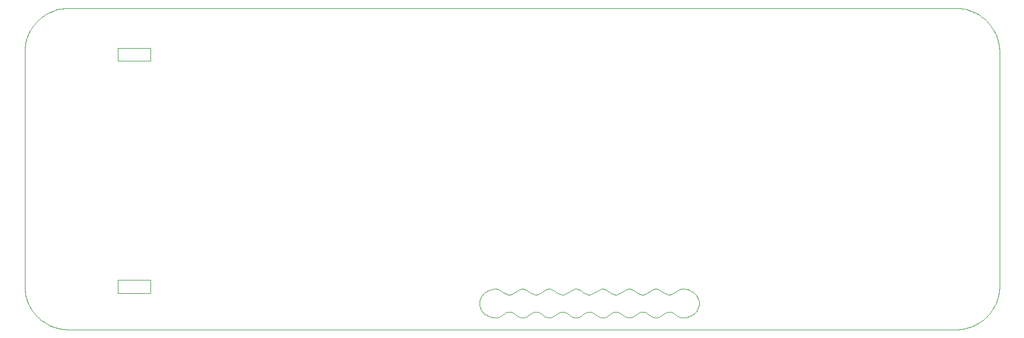
<source format=gbr>
%TF.GenerationSoftware,KiCad,Pcbnew,(6.0.1)*%
%TF.CreationDate,2022-03-22T00:20:04-03:00*%
%TF.ProjectId,POV_fna,504f565f-666e-4612-9e6b-696361645f70,rev?*%
%TF.SameCoordinates,Original*%
%TF.FileFunction,Profile,NP*%
%FSLAX46Y46*%
G04 Gerber Fmt 4.6, Leading zero omitted, Abs format (unit mm)*
G04 Created by KiCad (PCBNEW (6.0.1)) date 2022-03-22 00:20:04*
%MOMM*%
%LPD*%
G01*
G04 APERTURE LIST*
%TA.AperFunction,Profile*%
%ADD10C,0.100000*%
%TD*%
G04 APERTURE END LIST*
D10*
X174109109Y-116073623D02*
X174345795Y-116238692D01*
X156030167Y-112739196D02*
X156030167Y-112739196D01*
X174109734Y-112904113D02*
X173868928Y-113048263D01*
X152680100Y-115827788D02*
X152811944Y-115799193D01*
X181076836Y-112791503D02*
X180882157Y-112664870D01*
X79932860Y-72284296D02*
X80119428Y-72021937D01*
X148811547Y-115718673D02*
X148811547Y-115718673D01*
X152427354Y-113048553D02*
X152427354Y-113048553D01*
X161377519Y-113150252D02*
X161245416Y-113178847D01*
X178914544Y-116547896D02*
X178914544Y-116547896D01*
X160348100Y-116073623D02*
X160588784Y-115929610D01*
X158780236Y-112327682D02*
X158780236Y-112327682D01*
X162594827Y-116547896D02*
X162860185Y-116649718D01*
X181945557Y-114045394D02*
X181883256Y-113834579D01*
X227571734Y-73724860D02*
X227676940Y-74035786D01*
X148684846Y-115537353D02*
X148811547Y-115718673D01*
X157028115Y-113189056D02*
X156890878Y-113178954D01*
X85481761Y-118521750D02*
X85137405Y-118513042D01*
X169537270Y-115827788D02*
X169537270Y-115827788D01*
X227977788Y-76025705D02*
X227977788Y-111830000D01*
X156508828Y-115929610D02*
X156508828Y-115929610D01*
X81477982Y-70663383D02*
X81740341Y-70476815D01*
X227317908Y-73124558D02*
X227451916Y-73420977D01*
X222958414Y-118311075D02*
X222634663Y-118385797D01*
X170505532Y-116403884D02*
X170505532Y-116403884D01*
X167782449Y-116547896D02*
X168031617Y-116403884D01*
X157028748Y-115789092D02*
X157165604Y-115799193D01*
X156266740Y-112904403D02*
X156266740Y-112904403D01*
X176429833Y-112739120D02*
X176190560Y-112573928D01*
X162594827Y-116547896D02*
X162594827Y-116547896D01*
X181945557Y-114931945D02*
X181945557Y-114931945D01*
X153709405Y-116073623D02*
X153946107Y-116238692D01*
X159870835Y-112573989D02*
X159622186Y-112429839D01*
X164190034Y-112739165D02*
X163950761Y-112573974D01*
X158780236Y-116649718D02*
X158780236Y-116649718D01*
X175942307Y-116547896D02*
X175942307Y-116547896D01*
X158265710Y-116403884D02*
X158265710Y-116403884D01*
X169788987Y-113048278D02*
X169788987Y-113048278D01*
X155277261Y-116649718D02*
X155542619Y-116547896D01*
X167782052Y-112429809D02*
X167782052Y-112429809D01*
X85137403Y-69342678D02*
X85481759Y-69333971D01*
X173868417Y-115929610D02*
X174109109Y-116073623D01*
X149703217Y-116422911D02*
X149924371Y-116515517D01*
X227977788Y-111830000D02*
X227969080Y-112174356D01*
X177948350Y-115929610D02*
X177948350Y-115929610D01*
X181565148Y-115718474D02*
X181691850Y-115537017D01*
X155277146Y-112327789D02*
X155136308Y-112299194D01*
X175240937Y-112299117D02*
X175240937Y-112299117D01*
X172351189Y-116238692D02*
X172351189Y-116238692D01*
X153468720Y-115929610D02*
X153468720Y-115929610D01*
X154841264Y-112299194D02*
X154841264Y-112299194D01*
X162594941Y-112429610D02*
X162346040Y-112573760D01*
X180220246Y-116589324D02*
X180452576Y-116515319D01*
X154700295Y-112327697D02*
X154435067Y-112429641D01*
X83809390Y-118311076D02*
X83491841Y-118220902D01*
X160110108Y-112739181D02*
X160110108Y-112739181D01*
X175099976Y-116649718D02*
X175099976Y-116649718D01*
X176431130Y-116238692D02*
X176667832Y-116073623D01*
X166940102Y-112327651D02*
X166940102Y-112327651D01*
X165457452Y-113150237D02*
X165325349Y-113178832D01*
X175941911Y-112429778D02*
X175941911Y-112429778D01*
X163296182Y-112299163D02*
X163148660Y-112289062D01*
X78790017Y-111830008D02*
X78790017Y-111830008D01*
X160587235Y-113048522D02*
X160346680Y-112904388D01*
X158514878Y-116547896D02*
X158780236Y-116649718D01*
X148811547Y-115718673D02*
X148957139Y-115888030D01*
X157297585Y-113150268D02*
X157297585Y-113150268D01*
X227767114Y-113502371D02*
X227676940Y-113819920D01*
X170266496Y-112738921D02*
X170029794Y-112904128D01*
X157790002Y-112904174D02*
X157549188Y-113048324D01*
X181565148Y-113258987D02*
X181565148Y-113258987D01*
X227676940Y-113819920D02*
X227571734Y-114130846D01*
X174109109Y-116073623D02*
X174109109Y-116073623D01*
X181076836Y-112791503D02*
X181076836Y-112791503D01*
X168506547Y-112904342D02*
X168269975Y-112739150D01*
X176191468Y-116403884D02*
X176191468Y-116403884D01*
X154186158Y-112573791D02*
X153946763Y-112738998D01*
X151951493Y-116238692D02*
X152188195Y-116073623D01*
X79196070Y-114130853D02*
X79090864Y-113819927D01*
X150399056Y-116643721D02*
X150399056Y-116643721D01*
X227943239Y-112514192D02*
X227900684Y-112849087D01*
X224755954Y-117552962D02*
X224475724Y-117714091D01*
X162106637Y-112738952D02*
X162106637Y-112738952D01*
X177697129Y-115827788D02*
X177697129Y-115827788D01*
X154700295Y-112327697D02*
X154700295Y-112327697D01*
X157790002Y-112904174D02*
X157790002Y-112904174D01*
X161108697Y-115789092D02*
X161245560Y-115799193D01*
X165949868Y-112904143D02*
X165949868Y-112904143D01*
X162106637Y-112738952D02*
X161869935Y-112904159D01*
X227571734Y-114130846D02*
X227451916Y-114434729D01*
X163950761Y-112573974D02*
X163702111Y-112429824D01*
X179179894Y-112327605D02*
X179179894Y-112327605D01*
X226239392Y-71526329D02*
X226449717Y-71769136D01*
X150399056Y-116643721D02*
X150650277Y-116677123D01*
X78867121Y-112849094D02*
X78824566Y-112514199D01*
X166940118Y-116649718D02*
X166940118Y-116649718D01*
X181691850Y-113440307D02*
X181691850Y-113440307D01*
X152678834Y-113150375D02*
X152427354Y-113048553D01*
X179978028Y-116643523D02*
X179978028Y-116643523D01*
X148490685Y-113841582D02*
X148429643Y-114050368D01*
X152680100Y-115827788D02*
X152680100Y-115827788D01*
X176191468Y-116403884D02*
X176431130Y-116238692D01*
X169131585Y-115799193D02*
X169131585Y-115799193D01*
X177948853Y-113048247D02*
X177948853Y-113048247D01*
X170029168Y-116073623D02*
X170265870Y-116238692D01*
X151056367Y-112299194D02*
X150887582Y-112289199D01*
X227317908Y-114731148D02*
X227170129Y-115019683D01*
X157165482Y-113178863D02*
X157028115Y-113189056D01*
X163296182Y-112299163D02*
X163296182Y-112299163D01*
X175099976Y-116649718D02*
X175240945Y-116678221D01*
X166425973Y-112573745D02*
X166186570Y-112738937D01*
X180452576Y-112462005D02*
X180452576Y-112462005D01*
X160588784Y-115929610D02*
X160840005Y-115827788D01*
X174834740Y-112429565D02*
X174585839Y-112573714D01*
X82580611Y-69993849D02*
X82877030Y-69859841D01*
X168998574Y-113150314D02*
X168747094Y-113048492D01*
X151711839Y-116403884D02*
X151711839Y-116403884D01*
X152948174Y-113189071D02*
X152948174Y-113189071D01*
X177697244Y-113150191D02*
X177697244Y-113150191D01*
X153709405Y-116073623D02*
X153709405Y-116073623D01*
X167376115Y-112299148D02*
X167228593Y-112289046D01*
X154186158Y-112573791D02*
X154186158Y-112573791D01*
X167081071Y-112299148D02*
X166940102Y-112327651D01*
X166186570Y-112738937D02*
X166186570Y-112738937D01*
X178665765Y-112573699D02*
X178426362Y-112738891D01*
X165050752Y-113178924D02*
X165050752Y-113178924D01*
X154185761Y-116403884D02*
X154185761Y-116403884D01*
X225289819Y-117192335D02*
X225027459Y-117378903D01*
X160971848Y-115799193D02*
X160971848Y-115799193D01*
X171456040Y-112299133D02*
X171456040Y-112299133D01*
X159068726Y-116688323D02*
X159216248Y-116678221D01*
X157548669Y-115929610D02*
X157789353Y-116073623D01*
X173078507Y-113150298D02*
X172827035Y-113048476D01*
X166185952Y-116238692D02*
X166425599Y-116403884D01*
X84797567Y-69368520D02*
X85137403Y-69342678D01*
X159068726Y-116688323D02*
X159068726Y-116688323D01*
X152810937Y-113178970D02*
X152678834Y-113150375D01*
X173348489Y-115789092D02*
X173485352Y-115799193D01*
X157165604Y-115799193D02*
X157165604Y-115799193D01*
X222305130Y-118444645D02*
X221970236Y-118487201D01*
X180220246Y-116589324D02*
X180220246Y-116589324D01*
X167782052Y-112429809D02*
X167516953Y-112327743D01*
X173617196Y-115827788D02*
X173868417Y-115929610D01*
X180452576Y-112462005D02*
X180220376Y-112388000D01*
X165187989Y-113189025D02*
X165050752Y-113178924D01*
X168998574Y-113150314D02*
X168998574Y-113150314D01*
X226017819Y-116561780D02*
X225785419Y-116783353D01*
X180452576Y-116515319D02*
X180673600Y-116422713D01*
X148430924Y-114932143D02*
X148430924Y-114932143D01*
X158026704Y-112738982D02*
X157790002Y-112904174D01*
X80749984Y-116561784D02*
X80528411Y-116329384D01*
X83491841Y-118220902D02*
X83180915Y-118115696D01*
X227943239Y-75341513D02*
X227969080Y-75681349D01*
X222958414Y-69544637D02*
X223275962Y-69634811D01*
X227451916Y-114434729D02*
X227317908Y-114731148D01*
X227900684Y-75006619D02*
X227943239Y-75341513D01*
X156891892Y-115799193D02*
X156891892Y-115799193D01*
X163001138Y-112299163D02*
X163001138Y-112299163D01*
X154988770Y-116688323D02*
X155136292Y-116678221D01*
X162346040Y-112573760D02*
X162106637Y-112738952D01*
X160110108Y-112739181D02*
X159870835Y-112573989D01*
X181256356Y-116043944D02*
X181256356Y-116043944D01*
X227977788Y-111830000D02*
X227977788Y-111830000D01*
X83809388Y-69544645D02*
X84133139Y-69469923D01*
X160587235Y-113048522D02*
X160587235Y-113048522D01*
X148392251Y-114266463D02*
X148392251Y-114266463D01*
X168747094Y-113048492D02*
X168506547Y-112904342D01*
X149677903Y-112566421D02*
X149472939Y-112677306D01*
X170265870Y-116238692D02*
X170505532Y-116403884D01*
X173485352Y-115799193D02*
X173485352Y-115799193D01*
X154841248Y-116678221D02*
X154988770Y-116688323D01*
X157297448Y-115827788D02*
X157297448Y-115827788D01*
X176908509Y-115929610D02*
X177159730Y-115827788D01*
X173617318Y-113150207D02*
X173485215Y-113178802D01*
X153946107Y-116238692D02*
X153946107Y-116238692D01*
X154435067Y-112429641D02*
X154435067Y-112429641D01*
X157297585Y-113150268D02*
X157165482Y-113178863D01*
X167516953Y-112327743D02*
X167516953Y-112327743D01*
X163001138Y-112299163D02*
X162860169Y-112327666D01*
X174834626Y-116547896D02*
X175099976Y-116649718D01*
X150908822Y-116688323D02*
X151056344Y-116678221D01*
X177697244Y-113150191D02*
X177565156Y-113178786D01*
X173079804Y-115827788D02*
X173211511Y-115799193D01*
X181945557Y-114931945D02*
X181983956Y-114713592D01*
X154434922Y-116547896D02*
X154700280Y-116649718D01*
X161869302Y-116073623D02*
X161869302Y-116073623D01*
X175240937Y-112299117D02*
X175099969Y-112327621D01*
X167517098Y-116649718D02*
X167517098Y-116649718D01*
X150124314Y-112396728D02*
X149895455Y-112472427D01*
X81225191Y-116993681D02*
X80982384Y-116783356D01*
X175676949Y-116649718D02*
X175676949Y-116649718D01*
X151951493Y-116238692D02*
X151951493Y-116238692D01*
X163148660Y-112289062D02*
X163001138Y-112299163D01*
X149105294Y-112946197D02*
X148945184Y-113101943D01*
X84462672Y-69411075D02*
X84797567Y-69368520D01*
X149105294Y-112946197D02*
X149105294Y-112946197D01*
X78867119Y-75006626D02*
X78925967Y-74677093D01*
X225289819Y-70663375D02*
X225542612Y-70862032D01*
X177565156Y-113178786D02*
X177565156Y-113178786D01*
X155136308Y-112299194D02*
X155136308Y-112299194D01*
X159216248Y-116678221D02*
X159357217Y-116649718D01*
X153217645Y-113150283D02*
X153217645Y-113150283D01*
X152427354Y-113048553D02*
X152186799Y-112904403D01*
X148493256Y-115142959D02*
X148578324Y-115345061D01*
X155136292Y-116678221D02*
X155136292Y-116678221D01*
X155277261Y-116649718D02*
X155277261Y-116649718D01*
X168748643Y-115929610D02*
X168748643Y-115929610D01*
X179978028Y-112333801D02*
X179726937Y-112300399D01*
X168030701Y-112573959D02*
X167782052Y-112429809D01*
X171020051Y-116649718D02*
X171161012Y-116678221D01*
X158921204Y-112299178D02*
X158921204Y-112299178D01*
X161245560Y-115799193D02*
X161245560Y-115799193D01*
X165457337Y-115827788D02*
X165457337Y-115827788D01*
X152428880Y-115929610D02*
X152428880Y-115929610D01*
X158514878Y-116547896D02*
X158514878Y-116547896D01*
X161377404Y-115827788D02*
X161628625Y-115929610D01*
X171308518Y-112289031D02*
X171308518Y-112289031D01*
X221286046Y-118521750D02*
X221286046Y-118521750D01*
X167376130Y-116678221D02*
X167376130Y-116678221D01*
X227969080Y-75681349D02*
X227977788Y-76025705D01*
X163951676Y-116403884D02*
X163951676Y-116403884D01*
X172110627Y-112573943D02*
X171861977Y-112429794D01*
X181983956Y-114713592D02*
X181996957Y-114488677D01*
X160111398Y-116238692D02*
X160111398Y-116238692D01*
X156507295Y-113048553D02*
X156266740Y-112904403D01*
X175535989Y-116678221D02*
X175676949Y-116649718D01*
X223586888Y-69740016D02*
X223890771Y-69859834D01*
X176429833Y-112739120D02*
X176429833Y-112739120D01*
X179320863Y-112299102D02*
X179320863Y-112299102D01*
X163148675Y-116688323D02*
X163296197Y-116678221D01*
X149299981Y-116186156D02*
X149494790Y-116312789D01*
X174346436Y-112738906D02*
X174109734Y-112904113D01*
X164191338Y-116238692D02*
X164428040Y-116073623D01*
X80749982Y-71293937D02*
X80982382Y-71072364D01*
X149281602Y-112804320D02*
X149105294Y-112946197D01*
X163437157Y-116649718D02*
X163437157Y-116649718D01*
X169130677Y-113178908D02*
X168998574Y-113150314D01*
X177565278Y-115799193D02*
X177565278Y-115799193D01*
X177565156Y-113178786D02*
X177427789Y-113188979D01*
X181565148Y-115718474D02*
X181565148Y-115718474D01*
X170754807Y-112429580D02*
X170754807Y-112429580D01*
X177948350Y-115929610D02*
X178189027Y-116073623D01*
X153085542Y-113178878D02*
X153085542Y-113178878D01*
X163296197Y-116678221D02*
X163296197Y-116678221D01*
X157297448Y-115827788D02*
X157548669Y-115929610D01*
X157165482Y-113178863D02*
X157165482Y-113178863D01*
X223890771Y-69859834D02*
X224187189Y-69993842D01*
X163148675Y-116688323D02*
X163148675Y-116688323D01*
X162106004Y-116238692D02*
X162106004Y-116238692D01*
X149299981Y-116186156D02*
X149299981Y-116186156D01*
X149924371Y-116515517D02*
X150156701Y-116589522D01*
X153217500Y-115827788D02*
X153217500Y-115827788D01*
X160346680Y-112904388D02*
X160110108Y-112739181D01*
X176190560Y-112573928D02*
X176190560Y-112573928D01*
X179726937Y-112300399D02*
X179468385Y-112289001D01*
X179320863Y-116678221D02*
X179320863Y-116678221D01*
X154434922Y-116547896D02*
X154434922Y-116547896D01*
X177291451Y-115799193D02*
X177428429Y-115789092D01*
X170029794Y-112904128D02*
X170029794Y-112904128D01*
X180673600Y-112554610D02*
X180673600Y-112554610D01*
X170754693Y-116547896D02*
X171020051Y-116649718D01*
X151197205Y-112327789D02*
X151197205Y-112327789D01*
X165709061Y-113048293D02*
X165457452Y-113150237D01*
X171862374Y-116547896D02*
X171862374Y-116547896D01*
X221630401Y-118513042D02*
X221286046Y-118521750D01*
X159622186Y-112429839D02*
X159357087Y-112327773D01*
X163437013Y-112327758D02*
X163437013Y-112327758D01*
X159216248Y-116678221D02*
X159216248Y-116678221D01*
X153469247Y-113048339D02*
X153217645Y-113150283D01*
X170754693Y-116547896D02*
X170754693Y-116547896D01*
X155277146Y-112327789D02*
X155277146Y-112327789D01*
X150887582Y-112289199D02*
X150610947Y-112304031D01*
X177565278Y-115799193D02*
X177697129Y-115827788D01*
X181419549Y-115887710D02*
X181565148Y-115718474D01*
X181691850Y-115537017D02*
X181798257Y-115344863D01*
X82011847Y-70302757D02*
X82292077Y-70141628D01*
X169267915Y-113189010D02*
X169267915Y-113189010D01*
X150124314Y-112396728D02*
X150124314Y-112396728D01*
X169267915Y-113189010D02*
X169130677Y-113178908D01*
X80318086Y-116086577D02*
X80119430Y-115833784D01*
X167782449Y-116547896D02*
X167782449Y-116547896D01*
X79090864Y-113819927D02*
X79000691Y-113502378D01*
X221970236Y-69368512D02*
X222305130Y-69411067D01*
X179726937Y-112300399D02*
X179726937Y-112300399D01*
X159357087Y-112327773D02*
X159216248Y-112299178D01*
X80528411Y-116329384D02*
X80318086Y-116086577D01*
X180673600Y-116422713D02*
X180673600Y-116422713D01*
X161629128Y-113048309D02*
X161377519Y-113150252D01*
X168031617Y-116403884D02*
X168271264Y-116238692D01*
X178914674Y-112429549D02*
X178665765Y-112573699D01*
X181419549Y-115887710D02*
X181419549Y-115887710D01*
X159871743Y-116403884D02*
X160111398Y-116238692D01*
X167516953Y-112327743D02*
X167376115Y-112299148D01*
X164426606Y-112904357D02*
X164426606Y-112904357D01*
X227900684Y-112849087D02*
X227841835Y-113178620D01*
X168031617Y-116403884D02*
X168031617Y-116403884D01*
X158515008Y-112429626D02*
X158266099Y-112573775D01*
X172828584Y-115929610D02*
X173079804Y-115827788D01*
X223275962Y-69634811D02*
X223586888Y-69740016D01*
X166186570Y-112738937D02*
X165949868Y-112904143D01*
X223586888Y-118115696D02*
X223275962Y-118220901D01*
X167081086Y-116678221D02*
X167228608Y-116688323D01*
X149895455Y-112472427D02*
X149895455Y-112472427D01*
X148802422Y-113270415D02*
X148802422Y-113270415D01*
X148802422Y-113270415D02*
X148678292Y-113450591D01*
X160838715Y-113150344D02*
X160838715Y-113150344D01*
X166940102Y-112327651D02*
X166674882Y-112429595D01*
X81740341Y-70476815D02*
X82011847Y-70302757D01*
X171308534Y-116688323D02*
X171308534Y-116688323D01*
X160970811Y-113178939D02*
X160970811Y-113178939D01*
X178914674Y-112429549D02*
X178914674Y-112429549D01*
X159068726Y-112289077D02*
X158921204Y-112299178D01*
X221286046Y-69333963D02*
X221630401Y-69342671D01*
X156030167Y-112739196D02*
X155790894Y-112574004D01*
X177158448Y-113150283D02*
X176906968Y-113048461D01*
X162860185Y-116649718D02*
X163001153Y-116678221D01*
X226648373Y-72021929D02*
X226834941Y-72284288D01*
X162346040Y-112573760D02*
X162346040Y-112573760D01*
X158026055Y-116238692D02*
X158026055Y-116238692D01*
X221286046Y-118521750D02*
X85481761Y-118521750D01*
X151711839Y-116403884D02*
X151951493Y-116238692D01*
X159871743Y-116403884D02*
X159871743Y-116403884D01*
X226834941Y-72284288D02*
X227009000Y-72555793D01*
X150650277Y-116677123D02*
X150650277Y-116677123D01*
X221970236Y-118487201D02*
X221630401Y-118513042D01*
X159357217Y-116649718D02*
X159357217Y-116649718D01*
X79196068Y-73724867D02*
X79315885Y-73420985D01*
X179179894Y-116649718D02*
X179179894Y-116649718D01*
X227841835Y-74677085D02*
X227900684Y-75006619D01*
X158921204Y-116678221D02*
X158921204Y-116678221D01*
X227767114Y-74353334D02*
X227841835Y-74677085D01*
X173347848Y-113188995D02*
X173347848Y-113188995D01*
X149703217Y-116422911D02*
X149703217Y-116422911D01*
X177948853Y-113048247D02*
X177697244Y-113150191D01*
X177427789Y-113188979D02*
X177290421Y-113178878D01*
X178665376Y-116403884D02*
X178665376Y-116403884D01*
X161377404Y-115827788D02*
X161377404Y-115827788D01*
X148573953Y-113641357D02*
X148573953Y-113641357D01*
X166674882Y-112429595D02*
X166674882Y-112429595D01*
X80119430Y-115833784D02*
X79932862Y-115571424D01*
X174585839Y-112573714D02*
X174585839Y-112573714D01*
X80982384Y-116783356D02*
X80749984Y-116561784D01*
X157789353Y-116073623D02*
X157789353Y-116073623D01*
X166940118Y-116649718D02*
X167081086Y-116678221D01*
X163951676Y-116403884D02*
X164191338Y-116238692D01*
X181945557Y-114045394D02*
X181945557Y-114045394D01*
X153946763Y-112738998D02*
X153710061Y-112904189D01*
X156507295Y-113048553D02*
X156507295Y-113048553D01*
X156760049Y-115827788D02*
X156760049Y-115827788D01*
X148392251Y-114266463D02*
X148379403Y-114488738D01*
X85481761Y-118521750D02*
X85481761Y-118521750D01*
X176431130Y-116238692D02*
X176431130Y-116238692D01*
X153468720Y-115929610D02*
X153709405Y-116073623D01*
X164426606Y-112904357D02*
X164190034Y-112739165D01*
X151710954Y-112574004D02*
X151462304Y-112429855D01*
X160346680Y-112904388D02*
X160346680Y-112904388D01*
X173485215Y-113178802D02*
X173347848Y-113188995D01*
X172587891Y-116073623D02*
X172587891Y-116073623D01*
X154988786Y-112289092D02*
X154988786Y-112289092D01*
X174585839Y-112573714D02*
X174346436Y-112738906D01*
X162594941Y-112429610D02*
X162594941Y-112429610D01*
X148429643Y-114050368D02*
X148392251Y-114266463D01*
X151950227Y-112739211D02*
X151710954Y-112574004D01*
X148430924Y-114932143D02*
X148493256Y-115142959D01*
X148392503Y-114713653D02*
X148392503Y-114713653D01*
X158921204Y-116678221D02*
X159068726Y-116688323D01*
X152428880Y-115929610D02*
X152680100Y-115827788D01*
X167228608Y-116688323D02*
X167376130Y-116678221D01*
X175388459Y-112289016D02*
X175240937Y-112299117D01*
X178189027Y-116073623D02*
X178189027Y-116073623D01*
X158026055Y-116238692D02*
X158265710Y-116403884D01*
X150887582Y-112289199D02*
X150887582Y-112289199D01*
X151462304Y-112429855D02*
X151462304Y-112429855D01*
X162345666Y-116403884D02*
X162594827Y-116547896D01*
X179468385Y-116688323D02*
X179468385Y-116688323D01*
X163296197Y-116678221D02*
X163437157Y-116649718D01*
X173868417Y-115929610D02*
X173868417Y-115929610D01*
X167081071Y-112299148D02*
X167081071Y-112299148D01*
X166185952Y-116238692D02*
X166185952Y-116238692D01*
X165051782Y-115799193D02*
X165051782Y-115799193D01*
X170505898Y-112573730D02*
X170505898Y-112573730D01*
X159622186Y-112429839D02*
X159622186Y-112429839D01*
X149120332Y-116044280D02*
X149299981Y-116186156D01*
X148573953Y-113641357D02*
X148490685Y-113841582D01*
X167376130Y-116678221D02*
X167517098Y-116649718D01*
X78790017Y-111830008D02*
X78790017Y-111830008D01*
X152186799Y-112904403D02*
X151950227Y-112739211D01*
X153946763Y-112738998D02*
X153946763Y-112738998D01*
X175535989Y-116678221D02*
X175535989Y-116678221D01*
X221630401Y-69342671D02*
X221970236Y-69368512D01*
X173347848Y-113188995D02*
X173210481Y-113178893D01*
X83180913Y-69740024D02*
X83491839Y-69634818D01*
X158265710Y-116403884D02*
X158514878Y-116547896D01*
X170754807Y-112429580D02*
X170505898Y-112573730D01*
X150156701Y-116589522D02*
X150399056Y-116643721D01*
X161629128Y-113048309D02*
X161629128Y-113048309D01*
X152188195Y-116073623D02*
X152188195Y-116073623D01*
X170029794Y-112904128D02*
X169788987Y-113048278D01*
X93000000Y-75420000D02*
X98000000Y-75420000D01*
X98000000Y-75420000D02*
X98000000Y-77420000D01*
X98000000Y-77420000D02*
X93000000Y-77420000D01*
X93000000Y-77420000D02*
X93000000Y-75420000D01*
X173348489Y-115789092D02*
X173348489Y-115789092D01*
X162860185Y-116649718D02*
X162860185Y-116649718D01*
X169131585Y-115799193D02*
X169268563Y-115789092D01*
X165708558Y-115929610D02*
X165949250Y-116073623D01*
X157549188Y-113048324D02*
X157549188Y-113048324D01*
X149924371Y-116515517D02*
X149924371Y-116515517D01*
X165325494Y-115799193D02*
X165457337Y-115827788D01*
X181076836Y-116185958D02*
X181076836Y-116185958D01*
X148957139Y-115888030D02*
X149120332Y-116044280D01*
X159216248Y-112299178D02*
X159216248Y-112299178D01*
X155791787Y-116403884D02*
X155791787Y-116403884D01*
X172349900Y-112739135D02*
X172110627Y-112573943D01*
X79449896Y-114731155D02*
X79315887Y-114434736D01*
X79597674Y-115019689D02*
X79449896Y-114731155D01*
X163702111Y-112429824D02*
X163437013Y-112327758D01*
X227170129Y-72836023D02*
X227317908Y-73124558D01*
X171020036Y-112327636D02*
X170754807Y-112429580D01*
X84462674Y-118444646D02*
X84133141Y-118385797D01*
X159357087Y-112327773D02*
X159357087Y-112327773D01*
X181883256Y-115142760D02*
X181945557Y-114931945D01*
X168507966Y-116073623D02*
X168507966Y-116073623D01*
X154700280Y-116649718D02*
X154700280Y-116649718D01*
X169537385Y-113150222D02*
X169405282Y-113178817D01*
X161377519Y-113150252D02*
X161377519Y-113150252D01*
X161869302Y-116073623D02*
X162106004Y-116238692D01*
X173079804Y-115827788D02*
X173079804Y-115827788D01*
X165949250Y-116073623D02*
X165949250Y-116073623D01*
X157789353Y-116073623D02*
X158026055Y-116238692D01*
X180882157Y-116312468D02*
X180882157Y-116312468D01*
X181798257Y-115344863D02*
X181798257Y-115344863D01*
X149472939Y-112677306D02*
X149281602Y-112804320D01*
X175240945Y-116678221D02*
X175240945Y-116678221D01*
X178426362Y-112738891D02*
X178426362Y-112738891D01*
X81225189Y-70862039D02*
X81477982Y-70663383D01*
X161245560Y-115799193D02*
X161377404Y-115827788D01*
X150908822Y-116688323D02*
X150908822Y-116688323D01*
X159622575Y-116547896D02*
X159871743Y-116403884D01*
X177697129Y-115827788D02*
X177948350Y-115929610D01*
X175941911Y-112429778D02*
X175676812Y-112327712D01*
X151056367Y-112299194D02*
X151056367Y-112299194D01*
X152186799Y-112904403D02*
X152186799Y-112904403D01*
X82580613Y-117861871D02*
X82292079Y-117714092D01*
X225785419Y-116783353D02*
X225542612Y-116993678D01*
X163702515Y-116547896D02*
X163702515Y-116547896D01*
X153085542Y-113178878D02*
X152948174Y-113189071D01*
X158515008Y-112429626D02*
X158515008Y-112429626D01*
X156268144Y-116073623D02*
X156508828Y-115929610D01*
X161108048Y-113189040D02*
X160970811Y-113178939D01*
X153710061Y-112904189D02*
X153710061Y-112904189D01*
X180220376Y-112388000D02*
X180220376Y-112388000D01*
X181691850Y-113440307D02*
X181565148Y-113258987D01*
X149494790Y-116312789D02*
X149703217Y-116422911D01*
X178425729Y-116238692D02*
X178665376Y-116403884D01*
X154841264Y-112299194D02*
X154700295Y-112327697D01*
X155136292Y-116678221D02*
X155277261Y-116649718D01*
X152948800Y-115789092D02*
X153085656Y-115799193D01*
X169788491Y-115929610D02*
X170029168Y-116073623D01*
X174834740Y-112429565D02*
X174834740Y-112429565D01*
X181076836Y-116185958D02*
X181256356Y-116043944D01*
X169788491Y-115929610D02*
X169788491Y-115929610D01*
X156758775Y-113150359D02*
X156507295Y-113048553D01*
X171160996Y-112299133D02*
X171160996Y-112299133D01*
X171020051Y-116649718D02*
X171020051Y-116649718D01*
X172828584Y-115929610D02*
X172828584Y-115929610D01*
X148684846Y-115537353D02*
X148684846Y-115537353D01*
X181256356Y-112933379D02*
X181256356Y-112933379D01*
X164428040Y-116073623D02*
X164668717Y-115929610D01*
X181883256Y-113834579D02*
X181883256Y-113834579D01*
X151462670Y-116547896D02*
X151711839Y-116403884D01*
X166674882Y-112429595D02*
X166425973Y-112573745D01*
X173868928Y-113048263D02*
X173617318Y-113150207D01*
X80982382Y-71072364D02*
X81225189Y-70862039D01*
X162106004Y-116238692D02*
X162345666Y-116403884D01*
X80318084Y-71769143D02*
X80528409Y-71526337D01*
X156760049Y-115827788D02*
X156891892Y-115799193D01*
X167228608Y-116688323D02*
X167228608Y-116688323D01*
X171596879Y-112327728D02*
X171596879Y-112327728D01*
X160111398Y-116238692D02*
X160348100Y-116073623D01*
X159622575Y-116547896D02*
X159622575Y-116547896D01*
X222634663Y-118385797D02*
X222305130Y-118444645D01*
X227009000Y-72555793D02*
X227170129Y-72836023D01*
X176906968Y-113048461D02*
X176666406Y-112904311D01*
X221286046Y-69333963D02*
X221286046Y-69333963D01*
X163437013Y-112327758D02*
X163296182Y-112299163D01*
X172587891Y-116073623D02*
X172828584Y-115929610D01*
X168748643Y-115929610D02*
X168999863Y-115827788D01*
X156268144Y-116073623D02*
X156268144Y-116073623D01*
X175535981Y-112299117D02*
X175535981Y-112299117D01*
X176906968Y-113048461D02*
X176906968Y-113048461D01*
X148945184Y-113101943D02*
X148945184Y-113101943D01*
X79449894Y-73124566D02*
X79597672Y-72836031D01*
X180673600Y-112554610D02*
X180452576Y-112462005D01*
X154435067Y-112429641D02*
X154186158Y-112573791D01*
X159357217Y-116649718D02*
X159622575Y-116547896D01*
X165457337Y-115827788D02*
X165708558Y-115929610D01*
X173210481Y-113178893D02*
X173210481Y-113178893D01*
X178189660Y-112904082D02*
X178189660Y-112904082D01*
X155542245Y-112429855D02*
X155542245Y-112429855D01*
X176667832Y-116073623D02*
X176667832Y-116073623D01*
X158921204Y-112299178D02*
X158780236Y-112327682D01*
X151950227Y-112739211D02*
X151950227Y-112739211D01*
X78798724Y-112174364D02*
X78790017Y-111830008D01*
X172111543Y-116403884D02*
X172351189Y-116238692D01*
X177428429Y-115789092D02*
X177428429Y-115789092D01*
X175676812Y-112327712D02*
X175676812Y-112327712D01*
X149895455Y-112472427D02*
X149677903Y-112566421D01*
X164667168Y-113048507D02*
X164667168Y-113048507D01*
X177290421Y-113178878D02*
X177158448Y-113150283D01*
X159068726Y-112289077D02*
X159068726Y-112289077D01*
X181983956Y-114713592D02*
X181983956Y-114713592D01*
X180673600Y-116422713D02*
X180882157Y-116312468D01*
X158026704Y-112738982D02*
X158026704Y-112738982D01*
X164428040Y-116073623D02*
X164428040Y-116073623D01*
X164190034Y-112739165D02*
X164190034Y-112739165D01*
X171020036Y-112327636D02*
X171020036Y-112327636D01*
X176666406Y-112904311D02*
X176429833Y-112739120D01*
X179726937Y-116676924D02*
X179978028Y-116643523D01*
X151056344Y-116678221D02*
X151197312Y-116649718D01*
X161628625Y-115929610D02*
X161869302Y-116073623D01*
X174346436Y-112738906D02*
X174346436Y-112738906D01*
X168506547Y-112904342D02*
X168506547Y-112904342D01*
X158266099Y-112573775D02*
X158266099Y-112573775D01*
X177291451Y-115799193D02*
X177291451Y-115799193D01*
X171861977Y-112429794D02*
X171861977Y-112429794D01*
X171456055Y-116678221D02*
X171597024Y-116649718D01*
X180882157Y-112664870D02*
X180673600Y-112554610D01*
X179320863Y-112299102D02*
X179179894Y-112327605D01*
X152811944Y-115799193D02*
X152948800Y-115789092D01*
X168030701Y-112573959D02*
X168030701Y-112573959D01*
X174345795Y-116238692D02*
X174585458Y-116403884D01*
X85481759Y-69333971D02*
X221286046Y-69333963D01*
X165457452Y-113150237D02*
X165457452Y-113150237D01*
X168999863Y-115827788D02*
X168999863Y-115827788D01*
X169268563Y-115789092D02*
X169405427Y-115799193D01*
X163702515Y-116547896D02*
X163951676Y-116403884D01*
X178425729Y-116238692D02*
X178425729Y-116238692D01*
X181996957Y-114488677D02*
X181983956Y-114263762D01*
X226449717Y-116086572D02*
X226239392Y-116329380D01*
X174109734Y-112904113D02*
X174109734Y-112904113D01*
X163950761Y-112573974D02*
X163950761Y-112573974D01*
X163148660Y-112289062D02*
X163148660Y-112289062D01*
X171456055Y-116678221D02*
X171456055Y-116678221D01*
X84133139Y-69469923D02*
X84462672Y-69411075D01*
X151197312Y-116649718D02*
X151197312Y-116649718D01*
X181798257Y-113632598D02*
X181798257Y-113632598D01*
X168999863Y-115827788D02*
X169131585Y-115799193D01*
X148578324Y-115345061D02*
X148684846Y-115537353D01*
X169405282Y-113178817D02*
X169267915Y-113189010D01*
X226239392Y-116329380D02*
X226017819Y-116561780D01*
X225542612Y-116993678D02*
X225289819Y-117192335D01*
X225027459Y-70476808D02*
X225289819Y-70663375D01*
X169130677Y-113178908D02*
X169130677Y-113178908D01*
X226449717Y-71769136D02*
X226648373Y-72021929D01*
X154700280Y-116649718D02*
X154841248Y-116678221D01*
X82877030Y-69859841D02*
X83180913Y-69740024D01*
X165709061Y-113048293D02*
X165709061Y-113048293D01*
X161108048Y-113189040D02*
X161108048Y-113189040D01*
X171308518Y-112289031D02*
X171160996Y-112299133D01*
X164919938Y-115827788D02*
X164919938Y-115827788D01*
X159216248Y-112299178D02*
X159068726Y-112289077D01*
X172827035Y-113048476D02*
X172827035Y-113048476D01*
X177428429Y-115789092D02*
X177565278Y-115799193D01*
X181798257Y-115344863D02*
X181883256Y-115142760D01*
X175535981Y-112299117D02*
X175388459Y-112289016D01*
X222305130Y-69411067D02*
X222634663Y-69469916D01*
X176908509Y-115929610D02*
X176908509Y-115929610D01*
X155790894Y-112574004D02*
X155790894Y-112574004D01*
X148678292Y-113450591D02*
X148678292Y-113450591D01*
X225027459Y-117378903D02*
X224755954Y-117552962D01*
X173617318Y-113150207D02*
X173617318Y-113150207D01*
X177427789Y-113188979D02*
X177427789Y-113188979D01*
X152948174Y-113189071D02*
X152810937Y-113178970D01*
X150363198Y-112340331D02*
X150363198Y-112340331D01*
X160840005Y-115827788D02*
X160840005Y-115827788D01*
X148429643Y-114050368D02*
X148429643Y-114050368D01*
X148945184Y-113101943D02*
X148802422Y-113270415D01*
X178665765Y-112573699D02*
X178665765Y-112573699D01*
X165188645Y-115789092D02*
X165188645Y-115789092D01*
X178914544Y-116547896D02*
X179179894Y-116649718D01*
X154841248Y-116678221D02*
X154841248Y-116678221D01*
X165708558Y-115929610D02*
X165708558Y-115929610D01*
X173211511Y-115799193D02*
X173211511Y-115799193D01*
X160588784Y-115929610D02*
X160588784Y-115929610D01*
X80119428Y-72021937D02*
X80318084Y-71769143D01*
X158780236Y-112327682D02*
X158515008Y-112429626D01*
X82292077Y-70141628D02*
X82580611Y-69993849D01*
X181419549Y-113089629D02*
X181256356Y-112933379D01*
X166674767Y-116547896D02*
X166940118Y-116649718D01*
X157028748Y-115789092D02*
X157028748Y-115789092D01*
X173485352Y-115799193D02*
X173617196Y-115827788D01*
X165949250Y-116073623D02*
X166185952Y-116238692D01*
X227969080Y-112174356D02*
X227943239Y-112514192D01*
X156031442Y-116238692D02*
X156031442Y-116238692D01*
X154988786Y-112289092D02*
X154841264Y-112299194D01*
X161245416Y-113178847D02*
X161108048Y-113189040D01*
X160838715Y-113150344D02*
X160587235Y-113048522D01*
X181983956Y-114263762D02*
X181945557Y-114045394D01*
X177159730Y-115827788D02*
X177291451Y-115799193D01*
X181419549Y-113089629D02*
X181419549Y-113089629D01*
X173078507Y-113150298D02*
X173078507Y-113150298D01*
X178189027Y-116073623D02*
X178425729Y-116238692D01*
X166674767Y-116547896D02*
X166674767Y-116547896D01*
X178665376Y-116403884D02*
X178914544Y-116547896D01*
X150363198Y-112340331D02*
X150124314Y-112396728D01*
X176666406Y-112904311D02*
X176666406Y-112904311D01*
X155790894Y-112574004D02*
X155542245Y-112429855D01*
X168269975Y-112739150D02*
X168030701Y-112573959D01*
X165050752Y-113178924D02*
X164918649Y-113150329D01*
X153946107Y-116238692D02*
X154185761Y-116403884D01*
X179978028Y-112333801D02*
X179978028Y-112333801D01*
X162860169Y-112327666D02*
X162860169Y-112327666D01*
X148490685Y-113841582D02*
X148490685Y-113841582D01*
X150156701Y-116589522D02*
X150156701Y-116589522D01*
X149494790Y-116312789D02*
X149494790Y-116312789D01*
X227841835Y-113178620D02*
X227767114Y-113502371D01*
X151462304Y-112429855D02*
X151197205Y-112327789D01*
X181883256Y-113834579D02*
X181798257Y-113632598D01*
X148678292Y-113450591D02*
X148573953Y-113641357D01*
X167081086Y-116678221D02*
X167081086Y-116678221D01*
X168271264Y-116238692D02*
X168271264Y-116238692D01*
X163001153Y-116678221D02*
X163001153Y-116678221D01*
X148957139Y-115888030D02*
X148957139Y-115888030D01*
X161245416Y-113178847D02*
X161245416Y-113178847D01*
X81477984Y-117192338D02*
X81225191Y-116993681D01*
X151197312Y-116649718D02*
X151462670Y-116547896D01*
X166425599Y-116403884D02*
X166425599Y-116403884D01*
X179726937Y-116676924D02*
X179726937Y-116676924D01*
X152188195Y-116073623D02*
X152428880Y-115929610D01*
X165325494Y-115799193D02*
X165325494Y-115799193D01*
X164918649Y-113150329D02*
X164918649Y-113150329D01*
X171308534Y-116688323D02*
X171456055Y-116678221D01*
X175942307Y-116547896D02*
X176191468Y-116403884D01*
X150610947Y-112304031D02*
X150363198Y-112340331D01*
X173617196Y-115827788D02*
X173617196Y-115827788D01*
X165187989Y-113189025D02*
X165187989Y-113189025D01*
X223275962Y-118220901D02*
X222958414Y-118311075D01*
X175388467Y-116688323D02*
X175535989Y-116678221D01*
X174585458Y-116403884D02*
X174585458Y-116403884D01*
X224187189Y-69993842D02*
X224475724Y-70141620D01*
X156890878Y-113178954D02*
X156890878Y-113178954D01*
X171160996Y-112299133D02*
X171020036Y-112327636D01*
X165325349Y-113178832D02*
X165325349Y-113178832D01*
X162345666Y-116403884D02*
X162345666Y-116403884D01*
X158780236Y-116649718D02*
X158921204Y-116678221D01*
X171161012Y-116678221D02*
X171308534Y-116688323D01*
X174585458Y-116403884D02*
X174834626Y-116547896D01*
X171161012Y-116678221D02*
X171161012Y-116678221D01*
X163001153Y-116678221D02*
X163148675Y-116688323D01*
X158266099Y-112573775D02*
X158026704Y-112738982D01*
X160840005Y-115827788D02*
X160971848Y-115799193D01*
X149677903Y-112566421D02*
X149677903Y-112566421D01*
X225785419Y-71072356D02*
X226017819Y-71293929D01*
X164918649Y-113150329D02*
X164667168Y-113048507D01*
X78790015Y-76025713D02*
X78790015Y-76025713D01*
X156758775Y-113150359D02*
X156758775Y-113150359D01*
X155791787Y-116403884D02*
X156031442Y-116238692D01*
X227451916Y-73420977D02*
X227571734Y-73724860D01*
X181983956Y-114263762D02*
X181983956Y-114263762D01*
X173210481Y-113178893D02*
X173078507Y-113150298D01*
X156031442Y-116238692D02*
X156268144Y-116073623D01*
X171456040Y-112299133D02*
X171308518Y-112289031D01*
X170265870Y-116238692D02*
X170265870Y-116238692D01*
X78925967Y-74677093D02*
X79000689Y-74353342D01*
X169405427Y-115799193D02*
X169537270Y-115827788D01*
X152810937Y-113178970D02*
X152810937Y-113178970D01*
X175676812Y-112327712D02*
X175535981Y-112299117D01*
X174834626Y-116547896D02*
X174834626Y-116547896D01*
X154988770Y-116688323D02*
X154988770Y-116688323D01*
X222634663Y-69469916D02*
X222958414Y-69544637D01*
X164919938Y-115827788D02*
X165051782Y-115799193D01*
X78798722Y-75681356D02*
X78824564Y-75341521D01*
X161869935Y-112904159D02*
X161869935Y-112904159D01*
X79758803Y-115299919D02*
X79597674Y-115019689D01*
X181256356Y-112933379D02*
X181076836Y-112791503D01*
X223890771Y-117995878D02*
X223586888Y-118115696D01*
X150650277Y-116677123D02*
X150908822Y-116688323D01*
X173211511Y-115799193D02*
X173348489Y-115789092D01*
X167517098Y-116649718D02*
X167782449Y-116547896D01*
X148392503Y-114713653D02*
X148430924Y-114932143D01*
X177290421Y-113178878D02*
X177290421Y-113178878D01*
X167228593Y-112289046D02*
X167081071Y-112299148D01*
X79000689Y-74353342D02*
X79090863Y-74035793D01*
X168269975Y-112739150D02*
X168269975Y-112739150D01*
X78925969Y-113178627D02*
X78867121Y-112849094D01*
X170029168Y-116073623D02*
X170029168Y-116073623D01*
X179978028Y-116643523D02*
X180220246Y-116589324D01*
X79932862Y-115571424D02*
X79758803Y-115299919D01*
X153217645Y-113150283D02*
X153085542Y-113178878D01*
X160348100Y-116073623D02*
X160348100Y-116073623D01*
X165325349Y-113178832D02*
X165187989Y-113189025D01*
X227977788Y-76025705D02*
X227977788Y-76025705D01*
X153217500Y-115827788D02*
X153468720Y-115929610D01*
X152948800Y-115789092D02*
X152948800Y-115789092D01*
X175099969Y-112327621D02*
X174834740Y-112429565D01*
X173868928Y-113048263D02*
X173868928Y-113048263D01*
X163437157Y-116649718D02*
X163702515Y-116547896D01*
X80528409Y-71526337D02*
X80749982Y-71293937D01*
X160970811Y-113178939D02*
X160838715Y-113150344D01*
X175676949Y-116649718D02*
X175942307Y-116547896D01*
X156266740Y-112904403D02*
X156030167Y-112739196D01*
X160971848Y-115799193D02*
X161108697Y-115789092D01*
X164668717Y-115929610D02*
X164668717Y-115929610D01*
X179179894Y-112327605D02*
X178914674Y-112429549D01*
X148493256Y-115142959D02*
X148493256Y-115142959D01*
X82292079Y-117714092D02*
X82011848Y-117552964D01*
X181883256Y-115142760D02*
X181883256Y-115142760D01*
X181256356Y-116043944D02*
X181419549Y-115887710D01*
X170266496Y-112738921D02*
X170266496Y-112738921D01*
X84133141Y-118385797D02*
X83809390Y-118311076D01*
X79315885Y-73420985D02*
X79449894Y-73124566D01*
X224475724Y-117714091D02*
X224187189Y-117861870D01*
X172111543Y-116403884D02*
X172111543Y-116403884D01*
X171596879Y-112327728D02*
X171456040Y-112299133D01*
X179468385Y-112289001D02*
X179320863Y-112299102D01*
X177159730Y-115827788D02*
X177159730Y-115827788D01*
X172586472Y-112904327D02*
X172586472Y-112904327D01*
X164667168Y-113048507D02*
X164426606Y-112904357D01*
X169537385Y-113150222D02*
X169537385Y-113150222D01*
X169268563Y-115789092D02*
X169268563Y-115789092D01*
X172349900Y-112739135D02*
X172349900Y-112739135D01*
X155136308Y-112299194D02*
X154988786Y-112289092D01*
X180452576Y-116515319D02*
X180452576Y-116515319D01*
X170505532Y-116403884D02*
X170754693Y-116547896D01*
X159870835Y-112573989D02*
X159870835Y-112573989D01*
X227676940Y-74035786D02*
X227767114Y-74353334D01*
X79315887Y-114434736D02*
X79196070Y-114130853D01*
X169405282Y-113178817D02*
X169405282Y-113178817D01*
X179320863Y-116678221D02*
X179468385Y-116688323D01*
X78824566Y-112514199D02*
X78798724Y-112174364D01*
X79090863Y-74035793D02*
X79196068Y-73724867D01*
X227170129Y-115019683D02*
X227009000Y-115299914D01*
X225542612Y-70862032D02*
X225785419Y-71072356D01*
X83180915Y-118115696D02*
X82877032Y-117995879D01*
X179468385Y-112289001D02*
X179468385Y-112289001D01*
X181798257Y-113632598D02*
X181691850Y-113440307D01*
X82011848Y-117552964D02*
X81740343Y-117378905D01*
X178426362Y-112738891D02*
X178189660Y-112904082D01*
X156891892Y-115799193D02*
X157028748Y-115789092D01*
X176190560Y-112573928D02*
X175941911Y-112429778D01*
X148578324Y-115345061D02*
X148578324Y-115345061D01*
X152811944Y-115799193D02*
X152811944Y-115799193D01*
X161108697Y-115789092D02*
X161108697Y-115789092D01*
X167376115Y-112299148D02*
X167376115Y-112299148D01*
X180882157Y-112664870D02*
X180882157Y-112664870D01*
X153085656Y-115799193D02*
X153217500Y-115827788D01*
X171597024Y-116649718D02*
X171862374Y-116547896D01*
X166425599Y-116403884D02*
X166674767Y-116547896D01*
X84797569Y-118487201D02*
X84462674Y-118444646D01*
X162860169Y-112327666D02*
X162594941Y-112429610D01*
X172586472Y-112904327D02*
X172349900Y-112739135D01*
X168747094Y-113048492D02*
X168747094Y-113048492D01*
X151197205Y-112327789D02*
X151056367Y-112299194D01*
X81740343Y-117378905D02*
X81477984Y-117192338D01*
X82877032Y-117995879D02*
X82580613Y-117861871D01*
X153085656Y-115799193D02*
X153085656Y-115799193D01*
X165949868Y-112904143D02*
X165709061Y-113048293D01*
X161869935Y-112904159D02*
X161629128Y-113048309D01*
X157548669Y-115929610D02*
X157548669Y-115929610D01*
X85481759Y-69333971D02*
X85481759Y-69333971D01*
X154185761Y-116403884D02*
X154434922Y-116547896D01*
X166425973Y-112573745D02*
X166425973Y-112573745D01*
X165188645Y-115789092D02*
X165325494Y-115799193D01*
X171861977Y-112429794D02*
X171596879Y-112327728D01*
X79000691Y-113502378D02*
X78925969Y-113178627D01*
X179179894Y-116649718D02*
X179320863Y-116678221D01*
X181565148Y-113258987D02*
X181419549Y-113089629D01*
X164668717Y-115929610D02*
X164919938Y-115827788D01*
X170505898Y-112573730D02*
X170266496Y-112738921D01*
X177158448Y-113150283D02*
X177158448Y-113150283D01*
X79758801Y-72555801D02*
X79932860Y-72284296D01*
X169788987Y-113048278D02*
X169537385Y-113150222D01*
X152678834Y-113150375D02*
X152678834Y-113150375D01*
X161628625Y-115929610D02*
X161628625Y-115929610D01*
X224475724Y-70141620D02*
X224755954Y-70302749D01*
X148379403Y-114488738D02*
X148392503Y-114713653D01*
X149281602Y-112804320D02*
X149281602Y-112804320D01*
X226017819Y-71293929D02*
X226239392Y-71526329D01*
X175388459Y-112289016D02*
X175388459Y-112289016D01*
X226648373Y-115833779D02*
X226449717Y-116086572D01*
X149120332Y-116044280D02*
X149120332Y-116044280D01*
X163702111Y-112429824D02*
X163702111Y-112429824D01*
X172110627Y-112573943D02*
X172110627Y-112573943D01*
X173485215Y-113178802D02*
X173485215Y-113178802D01*
X175240945Y-116678221D02*
X175388467Y-116688323D01*
X224187189Y-117861870D02*
X223890771Y-117995878D01*
X157028115Y-113189056D02*
X157028115Y-113189056D01*
X78790017Y-111830008D02*
X78790015Y-76025713D01*
X167228593Y-112289046D02*
X167228593Y-112289046D01*
X172351189Y-116238692D02*
X172587891Y-116073623D01*
X79597672Y-72836031D02*
X79758801Y-72555801D01*
X181996957Y-114488677D02*
X181996957Y-114488677D01*
X180220376Y-112388000D02*
X179978028Y-112333801D01*
X78824564Y-75341521D02*
X78867119Y-75006626D01*
X153710061Y-112904189D02*
X153469247Y-113048339D01*
X85137405Y-118513042D02*
X84797569Y-118487201D01*
X156890878Y-113178954D02*
X156758775Y-113150359D01*
X157549188Y-113048324D02*
X157297585Y-113150268D01*
X155542245Y-112429855D02*
X155277146Y-112327789D01*
X78790015Y-76025713D02*
X78798722Y-75681356D01*
X151462670Y-116547896D02*
X151462670Y-116547896D01*
X151710954Y-112574004D02*
X151710954Y-112574004D01*
X157165604Y-115799193D02*
X157297448Y-115827788D01*
X224755954Y-70302749D02*
X225027459Y-70476808D01*
X180882157Y-116312468D02*
X181076836Y-116185958D01*
X83491839Y-69634818D02*
X83809388Y-69544645D01*
X172827035Y-113048476D02*
X172586472Y-112904327D01*
X171597024Y-116649718D02*
X171597024Y-116649718D01*
X165051782Y-115799193D02*
X165188645Y-115789092D01*
X156508828Y-115929610D02*
X156760049Y-115827788D01*
X226834941Y-115571419D02*
X226648373Y-115833779D01*
X179468385Y-116688323D02*
X179726937Y-116676924D01*
X168507966Y-116073623D02*
X168748643Y-115929610D01*
X149472939Y-112677306D02*
X149472939Y-112677306D01*
X174345795Y-116238692D02*
X174345795Y-116238692D01*
X151056344Y-116678221D02*
X151056344Y-116678221D01*
X148379403Y-114488738D02*
X148379403Y-114488738D01*
X169537270Y-115827788D02*
X169788491Y-115929610D01*
X171862374Y-116547896D02*
X172111543Y-116403884D01*
X93000000Y-110920000D02*
X98000000Y-110920000D01*
X98000000Y-110920000D02*
X98000000Y-112920000D01*
X98000000Y-112920000D02*
X93000000Y-112920000D01*
X93000000Y-112920000D02*
X93000000Y-110920000D01*
X175388467Y-116688323D02*
X175388467Y-116688323D01*
X164191338Y-116238692D02*
X164191338Y-116238692D01*
X181691850Y-115537017D02*
X181691850Y-115537017D01*
X176667832Y-116073623D02*
X176908509Y-115929610D01*
X175099969Y-112327621D02*
X175099969Y-112327621D01*
X178189660Y-112904082D02*
X177948853Y-113048247D01*
X169405427Y-115799193D02*
X169405427Y-115799193D01*
X227009000Y-115299914D02*
X226834941Y-115571419D01*
X155542619Y-116547896D02*
X155791787Y-116403884D01*
X168271264Y-116238692D02*
X168507966Y-116073623D01*
X153469247Y-113048339D02*
X153469247Y-113048339D01*
X155542619Y-116547896D02*
X155542619Y-116547896D01*
M02*

</source>
